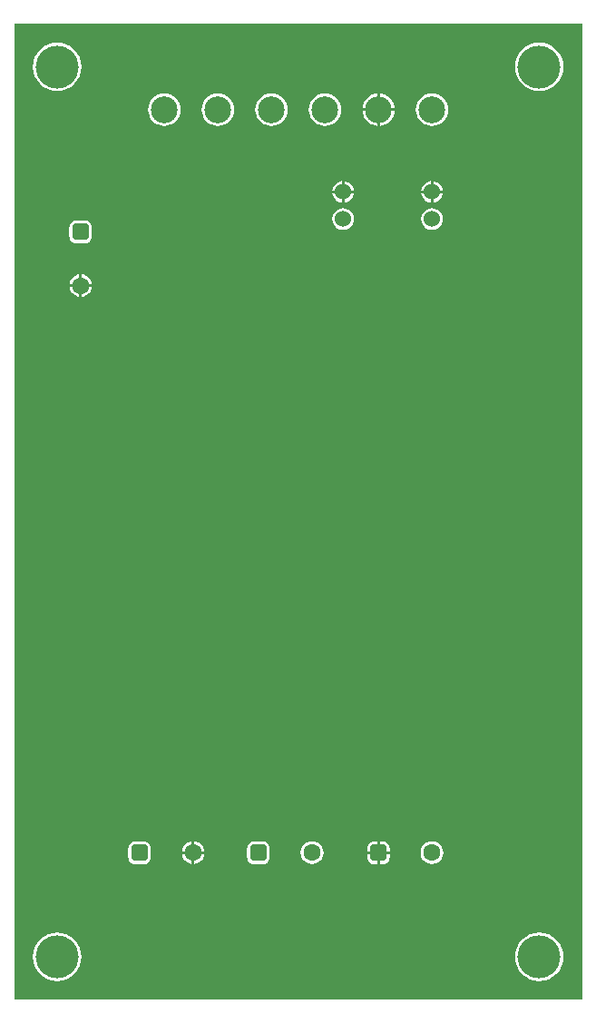
<source format=gbl>
%FSLAX44Y44*%
%MOMM*%
G71*
G01*
G75*
G04 Layer_Physical_Order=2*
G04 Layer_Color=16711680*
%ADD10R,1.0000X0.9000*%
%ADD11O,0.9000X1.2000*%
%ADD12C,0.5000*%
%ADD13C,2.5000*%
%ADD14C,1.5240*%
%ADD15C,4.0000*%
G04:AMPARAMS|DCode=16|XSize=1.6mm|YSize=1.6mm|CornerRadius=0.4mm|HoleSize=0mm|Usage=FLASHONLY|Rotation=0.000|XOffset=0mm|YOffset=0mm|HoleType=Round|Shape=RoundedRectangle|*
%AMROUNDEDRECTD16*
21,1,1.6000,0.8000,0,0,0.0*
21,1,0.8000,1.6000,0,0,0.0*
1,1,0.8000,0.4000,-0.4000*
1,1,0.8000,-0.4000,-0.4000*
1,1,0.8000,-0.4000,0.4000*
1,1,0.8000,0.4000,0.4000*
%
%ADD16ROUNDEDRECTD16*%
%ADD17C,1.6000*%
G04:AMPARAMS|DCode=18|XSize=1.6mm|YSize=1.6mm|CornerRadius=0.4mm|HoleSize=0mm|Usage=FLASHONLY|Rotation=270.000|XOffset=0mm|YOffset=0mm|HoleType=Round|Shape=RoundedRectangle|*
%AMROUNDEDRECTD18*
21,1,1.6000,0.8000,0,0,270.0*
21,1,0.8000,1.6000,0,0,270.0*
1,1,0.8000,-0.4000,-0.4000*
1,1,0.8000,-0.4000,0.4000*
1,1,0.8000,0.4000,0.4000*
1,1,0.8000,0.4000,-0.4000*
%
%ADD18ROUNDEDRECTD18*%
G36*
X535000Y5000D02*
X5000D01*
Y915000D01*
X535000D01*
Y5000D01*
D02*
G37*
%LPC*%
G36*
X343730Y152596D02*
X341000D01*
X339293Y152372D01*
X337702Y151713D01*
X336336Y150664D01*
X335288Y149298D01*
X334628Y147707D01*
X334404Y146000D01*
Y143270D01*
X343730D01*
Y152596D01*
D02*
G37*
G36*
X349000D02*
X346270D01*
Y143270D01*
X355597D01*
Y146000D01*
X355372Y147707D01*
X354713Y149298D01*
X353665Y150664D01*
X352298Y151713D01*
X350708Y152372D01*
X349000Y152596D01*
D02*
G37*
G36*
X170730Y152464D02*
X169248Y152269D01*
X166684Y151207D01*
X164483Y149517D01*
X162793Y147315D01*
X161731Y144751D01*
X161536Y143270D01*
X170730D01*
Y152464D01*
D02*
G37*
G36*
X173270D02*
Y143270D01*
X182463D01*
X182269Y144751D01*
X181206Y147315D01*
X179517Y149517D01*
X177315Y151207D01*
X174751Y152269D01*
X173270Y152464D01*
D02*
G37*
G36*
X65730Y669730D02*
X56536D01*
X56732Y668249D01*
X57794Y665685D01*
X59483Y663483D01*
X61685Y661793D01*
X64249Y660731D01*
X65730Y660536D01*
Y669730D01*
D02*
G37*
G36*
X68270Y681464D02*
Y672270D01*
X77464D01*
X77269Y673752D01*
X76207Y676316D01*
X74517Y678517D01*
X72316Y680207D01*
X69752Y681269D01*
X68270Y681464D01*
D02*
G37*
G36*
X71000Y731596D02*
X63000D01*
X61293Y731372D01*
X59702Y730713D01*
X58336Y729664D01*
X57288Y728298D01*
X56629Y726707D01*
X56404Y725000D01*
Y717000D01*
X56629Y715293D01*
X57288Y713702D01*
X58336Y712336D01*
X59702Y711287D01*
X61293Y710628D01*
X63000Y710404D01*
X71000D01*
X72708Y710628D01*
X74299Y711287D01*
X75665Y712336D01*
X76713Y713702D01*
X77372Y715293D01*
X77597Y717000D01*
Y725000D01*
X77372Y726707D01*
X76713Y728298D01*
X75665Y729664D01*
X74299Y730713D01*
X72708Y731372D01*
X71000Y731596D01*
D02*
G37*
G36*
X77464Y669730D02*
X68270D01*
Y660536D01*
X69752Y660731D01*
X72316Y661793D01*
X74517Y663483D01*
X76207Y665685D01*
X77269Y668249D01*
X77464Y669730D01*
D02*
G37*
G36*
X65730Y681464D02*
X64249Y681269D01*
X61685Y680207D01*
X59483Y678517D01*
X57794Y676316D01*
X56732Y673752D01*
X56536Y672270D01*
X65730D01*
Y681464D01*
D02*
G37*
G36*
X182463Y140730D02*
X173270D01*
Y131536D01*
X174751Y131731D01*
X177315Y132793D01*
X179517Y134483D01*
X181206Y136684D01*
X182269Y139248D01*
X182463Y140730D01*
D02*
G37*
G36*
X283000Y152631D02*
X280248Y152269D01*
X277684Y151207D01*
X275483Y149517D01*
X273793Y147315D01*
X272731Y144751D01*
X272369Y142000D01*
X272731Y139248D01*
X273793Y136684D01*
X275483Y134483D01*
X277684Y132793D01*
X280248Y131731D01*
X283000Y131369D01*
X285751Y131731D01*
X288315Y132793D01*
X290517Y134483D01*
X292206Y136684D01*
X293269Y139248D01*
X293631Y142000D01*
X293269Y144751D01*
X292206Y147315D01*
X290517Y149517D01*
X288315Y151207D01*
X285751Y152269D01*
X283000Y152631D01*
D02*
G37*
G36*
X395000D02*
X392249Y152269D01*
X389685Y151207D01*
X387483Y149517D01*
X385793Y147315D01*
X384731Y144751D01*
X384369Y142000D01*
X384731Y139248D01*
X385793Y136684D01*
X387483Y134483D01*
X389685Y132793D01*
X392249Y131731D01*
X395000Y131369D01*
X397752Y131731D01*
X400316Y132793D01*
X402517Y134483D01*
X404207Y136684D01*
X405269Y139248D01*
X405631Y142000D01*
X405269Y144751D01*
X404207Y147315D01*
X402517Y149517D01*
X400316Y151207D01*
X397752Y152269D01*
X395000Y152631D01*
D02*
G37*
G36*
X45000Y67649D02*
X40581Y67214D01*
X36332Y65925D01*
X32417Y63832D01*
X28984Y61015D01*
X26168Y57583D01*
X24075Y53667D01*
X22786Y49418D01*
X22351Y45000D01*
X22786Y40581D01*
X24075Y36332D01*
X26168Y32417D01*
X28984Y28984D01*
X32417Y26168D01*
X36332Y24075D01*
X40581Y22786D01*
X45000Y22351D01*
X49418Y22786D01*
X53667Y24075D01*
X57583Y26168D01*
X61015Y28984D01*
X63832Y32417D01*
X65925Y36332D01*
X67214Y40581D01*
X67649Y45000D01*
X67214Y49418D01*
X65925Y53667D01*
X63832Y57583D01*
X61015Y61015D01*
X57583Y63832D01*
X53667Y65925D01*
X49418Y67214D01*
X45000Y67649D01*
D02*
G37*
G36*
X495000D02*
X490581Y67214D01*
X486333Y65925D01*
X482417Y63832D01*
X478985Y61015D01*
X476168Y57583D01*
X474075Y53667D01*
X472786Y49418D01*
X472351Y45000D01*
X472786Y40581D01*
X474075Y36332D01*
X476168Y32417D01*
X478985Y28984D01*
X482417Y26168D01*
X486333Y24075D01*
X490581Y22786D01*
X495000Y22351D01*
X499418Y22786D01*
X503667Y24075D01*
X507583Y26168D01*
X511015Y28984D01*
X513832Y32417D01*
X515925Y36332D01*
X517214Y40581D01*
X517649Y45000D01*
X517214Y49418D01*
X515925Y53667D01*
X513832Y57583D01*
X511015Y61015D01*
X507583Y63832D01*
X503667Y65925D01*
X499418Y67214D01*
X495000Y67649D01*
D02*
G37*
G36*
X126000Y152596D02*
X118000D01*
X116293Y152372D01*
X114702Y151713D01*
X113336Y150664D01*
X112287Y149298D01*
X111628Y147707D01*
X111404Y146000D01*
Y138000D01*
X111628Y136293D01*
X112287Y134702D01*
X113336Y133336D01*
X114702Y132287D01*
X116293Y131628D01*
X118000Y131403D01*
X126000D01*
X127707Y131628D01*
X129298Y132287D01*
X130664Y133336D01*
X131713Y134702D01*
X132372Y136293D01*
X132596Y138000D01*
Y146000D01*
X132372Y147707D01*
X131713Y149298D01*
X130664Y150664D01*
X129298Y151713D01*
X127707Y152372D01*
X126000Y152596D01*
D02*
G37*
G36*
X355597Y140730D02*
X346270D01*
Y131403D01*
X349000D01*
X350708Y131628D01*
X352298Y132287D01*
X353665Y133336D01*
X354713Y134702D01*
X355372Y136293D01*
X355597Y138000D01*
Y140730D01*
D02*
G37*
G36*
X170730D02*
X161536D01*
X161731Y139248D01*
X162793Y136684D01*
X164483Y134483D01*
X166684Y132793D01*
X169248Y131731D01*
X170730Y131536D01*
Y140730D01*
D02*
G37*
G36*
X237000Y152596D02*
X229000D01*
X227293Y152372D01*
X225702Y151713D01*
X224335Y150664D01*
X223287Y149298D01*
X222628Y147707D01*
X222404Y146000D01*
Y138000D01*
X222628Y136293D01*
X223287Y134702D01*
X224335Y133336D01*
X225702Y132287D01*
X227293Y131628D01*
X229000Y131403D01*
X237000D01*
X238707Y131628D01*
X240298Y132287D01*
X241664Y133336D01*
X242713Y134702D01*
X243372Y136293D01*
X243596Y138000D01*
Y146000D01*
X243372Y147707D01*
X242713Y149298D01*
X241664Y150664D01*
X240298Y151713D01*
X238707Y152372D01*
X237000Y152596D01*
D02*
G37*
G36*
X343730Y140730D02*
X334404D01*
Y138000D01*
X334628Y136293D01*
X335288Y134702D01*
X336336Y133336D01*
X337702Y132287D01*
X339293Y131628D01*
X341000Y131403D01*
X343730D01*
Y140730D01*
D02*
G37*
G36*
X312000Y743248D02*
X309348Y742898D01*
X306876Y741875D01*
X304754Y740246D01*
X303125Y738124D01*
X302101Y735652D01*
X301752Y733000D01*
X302101Y730348D01*
X303125Y727876D01*
X304754Y725754D01*
X306876Y724125D01*
X309348Y723101D01*
X312000Y722752D01*
X314652Y723101D01*
X317124Y724125D01*
X319246Y725754D01*
X320875Y727876D01*
X321898Y730348D01*
X322248Y733000D01*
X321898Y735652D01*
X320875Y738124D01*
X319246Y740246D01*
X317124Y741875D01*
X314652Y742898D01*
X312000Y743248D01*
D02*
G37*
G36*
X395000Y850113D02*
X392052Y849823D01*
X389217Y848963D01*
X386604Y847566D01*
X384314Y845687D01*
X382434Y843396D01*
X381038Y840784D01*
X380178Y837949D01*
X379887Y835000D01*
X380178Y832052D01*
X381038Y829217D01*
X382434Y826604D01*
X384314Y824314D01*
X386604Y822434D01*
X389217Y821038D01*
X392052Y820178D01*
X395000Y819887D01*
X397948Y820178D01*
X400784Y821038D01*
X403396Y822434D01*
X405686Y824314D01*
X407566Y826604D01*
X408963Y829217D01*
X409823Y832052D01*
X410113Y835000D01*
X409823Y837949D01*
X408963Y840784D01*
X407566Y843396D01*
X405686Y845687D01*
X403396Y847566D01*
X400784Y848963D01*
X397948Y849823D01*
X395000Y850113D01*
D02*
G37*
G36*
X343730Y833730D02*
X330013D01*
X330178Y832052D01*
X331038Y829217D01*
X332434Y826604D01*
X334314Y824314D01*
X336604Y822434D01*
X339217Y821038D01*
X342052Y820178D01*
X343730Y820013D01*
Y833730D01*
D02*
G37*
G36*
X295000Y850113D02*
X292051Y849823D01*
X289216Y848963D01*
X286604Y847566D01*
X284314Y845687D01*
X282434Y843396D01*
X281037Y840784D01*
X280177Y837949D01*
X279887Y835000D01*
X280177Y832052D01*
X281037Y829217D01*
X282434Y826604D01*
X284314Y824314D01*
X286604Y822434D01*
X289216Y821038D01*
X292051Y820178D01*
X295000Y819887D01*
X297948Y820178D01*
X300783Y821038D01*
X303396Y822434D01*
X305686Y824314D01*
X307566Y826604D01*
X308962Y829217D01*
X309822Y832052D01*
X310113Y835000D01*
X309822Y837949D01*
X308962Y840784D01*
X307566Y843396D01*
X305686Y845687D01*
X303396Y847566D01*
X300783Y848963D01*
X297948Y849823D01*
X295000Y850113D01*
D02*
G37*
G36*
X195000D02*
X192052Y849823D01*
X189217Y848963D01*
X186604Y847566D01*
X184314Y845687D01*
X182434Y843396D01*
X181038Y840784D01*
X180178Y837949D01*
X179887Y835000D01*
X180178Y832052D01*
X181038Y829217D01*
X182434Y826604D01*
X184314Y824314D01*
X186604Y822434D01*
X189217Y821038D01*
X192052Y820178D01*
X195000Y819887D01*
X197948Y820178D01*
X200783Y821038D01*
X203396Y822434D01*
X205686Y824314D01*
X207566Y826604D01*
X208962Y829217D01*
X209822Y832052D01*
X210113Y835000D01*
X209822Y837949D01*
X208962Y840784D01*
X207566Y843396D01*
X205686Y845687D01*
X203396Y847566D01*
X200783Y848963D01*
X197948Y849823D01*
X195000Y850113D01*
D02*
G37*
G36*
X245000D02*
X242052Y849823D01*
X239216Y848963D01*
X236604Y847566D01*
X234314Y845687D01*
X232434Y843396D01*
X231038Y840784D01*
X230177Y837949D01*
X229887Y835000D01*
X230177Y832052D01*
X231038Y829217D01*
X232434Y826604D01*
X234314Y824314D01*
X236604Y822434D01*
X239216Y821038D01*
X242052Y820178D01*
X245000Y819887D01*
X247948Y820178D01*
X250783Y821038D01*
X253396Y822434D01*
X255686Y824314D01*
X257566Y826604D01*
X258962Y829217D01*
X259822Y832052D01*
X260113Y835000D01*
X259822Y837949D01*
X258962Y840784D01*
X257566Y843396D01*
X255686Y845687D01*
X253396Y847566D01*
X250783Y848963D01*
X247948Y849823D01*
X245000Y850113D01*
D02*
G37*
G36*
X45000Y897649D02*
X40581Y897214D01*
X36332Y895925D01*
X32417Y893832D01*
X28984Y891015D01*
X26168Y887583D01*
X24075Y883668D01*
X22786Y879419D01*
X22351Y875000D01*
X22786Y870582D01*
X24075Y866333D01*
X26168Y862417D01*
X28984Y858985D01*
X32417Y856168D01*
X36332Y854075D01*
X40581Y852786D01*
X45000Y852351D01*
X49418Y852786D01*
X53667Y854075D01*
X57583Y856168D01*
X61015Y858985D01*
X63832Y862417D01*
X65925Y866333D01*
X67214Y870582D01*
X67649Y875000D01*
X67214Y879419D01*
X65925Y883668D01*
X63832Y887583D01*
X61015Y891015D01*
X57583Y893832D01*
X53667Y895925D01*
X49418Y897214D01*
X45000Y897649D01*
D02*
G37*
G36*
X495000D02*
X490581Y897214D01*
X486333Y895925D01*
X482417Y893832D01*
X478985Y891015D01*
X476168Y887583D01*
X474075Y883668D01*
X472786Y879419D01*
X472351Y875000D01*
X472786Y870582D01*
X474075Y866333D01*
X476168Y862417D01*
X478985Y858985D01*
X482417Y856168D01*
X486333Y854075D01*
X490581Y852786D01*
X495000Y852351D01*
X499418Y852786D01*
X503667Y854075D01*
X507583Y856168D01*
X511015Y858985D01*
X513832Y862417D01*
X515925Y866333D01*
X517214Y870582D01*
X517649Y875000D01*
X517214Y879419D01*
X515925Y883668D01*
X513832Y887583D01*
X511015Y891015D01*
X507583Y893832D01*
X503667Y895925D01*
X499418Y897214D01*
X495000Y897649D01*
D02*
G37*
G36*
X346270Y849988D02*
Y836270D01*
X359988D01*
X359823Y837949D01*
X358963Y840784D01*
X357566Y843396D01*
X355686Y845687D01*
X353396Y847566D01*
X350784Y848963D01*
X347949Y849823D01*
X346270Y849988D01*
D02*
G37*
G36*
X359988Y833730D02*
X346270D01*
Y820013D01*
X347949Y820178D01*
X350784Y821038D01*
X353396Y822434D01*
X355686Y824314D01*
X357566Y826604D01*
X358963Y829217D01*
X359823Y832052D01*
X359988Y833730D01*
D02*
G37*
G36*
X343730Y849988D02*
X342052Y849823D01*
X339217Y848963D01*
X336604Y847566D01*
X334314Y845687D01*
X332434Y843396D01*
X331038Y840784D01*
X330178Y837949D01*
X330013Y836270D01*
X343730D01*
Y849988D01*
D02*
G37*
G36*
X393730Y757130D02*
X384920D01*
X385102Y755748D01*
X386125Y753276D01*
X387754Y751154D01*
X389876Y749525D01*
X392348Y748501D01*
X393730Y748319D01*
Y757130D01*
D02*
G37*
G36*
X405081D02*
X396270D01*
Y748319D01*
X397652Y748501D01*
X400124Y749525D01*
X402246Y751154D01*
X403875Y753276D01*
X404899Y755748D01*
X405081Y757130D01*
D02*
G37*
G36*
X322080D02*
X313270D01*
Y748319D01*
X314652Y748501D01*
X317124Y749525D01*
X319246Y751154D01*
X320875Y753276D01*
X321898Y755748D01*
X322080Y757130D01*
D02*
G37*
G36*
X395000Y743248D02*
X392348Y742898D01*
X389876Y741875D01*
X387754Y740246D01*
X386125Y738124D01*
X385102Y735652D01*
X384752Y733000D01*
X385102Y730348D01*
X386125Y727876D01*
X387754Y725754D01*
X389876Y724125D01*
X392348Y723101D01*
X395000Y722752D01*
X397652Y723101D01*
X400124Y724125D01*
X402246Y725754D01*
X403875Y727876D01*
X404899Y730348D01*
X405248Y733000D01*
X404899Y735652D01*
X403875Y738124D01*
X402246Y740246D01*
X400124Y741875D01*
X397652Y742898D01*
X395000Y743248D01*
D02*
G37*
G36*
X310730Y757130D02*
X301919D01*
X302101Y755748D01*
X303125Y753276D01*
X304754Y751154D01*
X306876Y749525D01*
X309348Y748501D01*
X310730Y748319D01*
Y757130D01*
D02*
G37*
G36*
X396270Y768480D02*
Y759670D01*
X405081D01*
X404899Y761052D01*
X403875Y763524D01*
X402246Y765646D01*
X400124Y767275D01*
X397652Y768298D01*
X396270Y768480D01*
D02*
G37*
G36*
X145000Y850113D02*
X142052Y849823D01*
X139217Y848963D01*
X136604Y847566D01*
X134314Y845687D01*
X132434Y843396D01*
X131038Y840784D01*
X130178Y837949D01*
X129887Y835000D01*
X130178Y832052D01*
X131038Y829217D01*
X132434Y826604D01*
X134314Y824314D01*
X136604Y822434D01*
X139217Y821038D01*
X142052Y820178D01*
X145000Y819887D01*
X147948Y820178D01*
X150784Y821038D01*
X153396Y822434D01*
X155686Y824314D01*
X157566Y826604D01*
X158962Y829217D01*
X159823Y832052D01*
X160113Y835000D01*
X159823Y837949D01*
X158962Y840784D01*
X157566Y843396D01*
X155686Y845687D01*
X153396Y847566D01*
X150784Y848963D01*
X147948Y849823D01*
X145000Y850113D01*
D02*
G37*
G36*
X393730Y768480D02*
X392348Y768298D01*
X389876Y767275D01*
X387754Y765646D01*
X386125Y763524D01*
X385102Y761052D01*
X384920Y759670D01*
X393730D01*
Y768480D01*
D02*
G37*
G36*
X310730D02*
X309348Y768298D01*
X306876Y767275D01*
X304754Y765646D01*
X303125Y763524D01*
X302101Y761052D01*
X301919Y759670D01*
X310730D01*
Y768480D01*
D02*
G37*
G36*
X313270D02*
Y759670D01*
X322080D01*
X321898Y761052D01*
X320875Y763524D01*
X319246Y765646D01*
X317124Y767275D01*
X314652Y768298D01*
X313270Y768480D01*
D02*
G37*
%LPD*%
D13*
X245000Y835000D02*
D03*
X395000D02*
D03*
X145000D02*
D03*
X195000D02*
D03*
X295000D02*
D03*
X345000D02*
D03*
D14*
X395000Y733000D02*
D03*
Y758400D02*
D03*
X312000Y733000D02*
D03*
Y758400D02*
D03*
D15*
X495000Y45000D02*
D03*
X45000D02*
D03*
Y875000D02*
D03*
X495000D02*
D03*
D16*
X345000Y142000D02*
D03*
X233000D02*
D03*
X122000D02*
D03*
D17*
X395000D02*
D03*
X283000D02*
D03*
X172000D02*
D03*
X67000Y671000D02*
D03*
D18*
Y721000D02*
D03*
M02*

</source>
